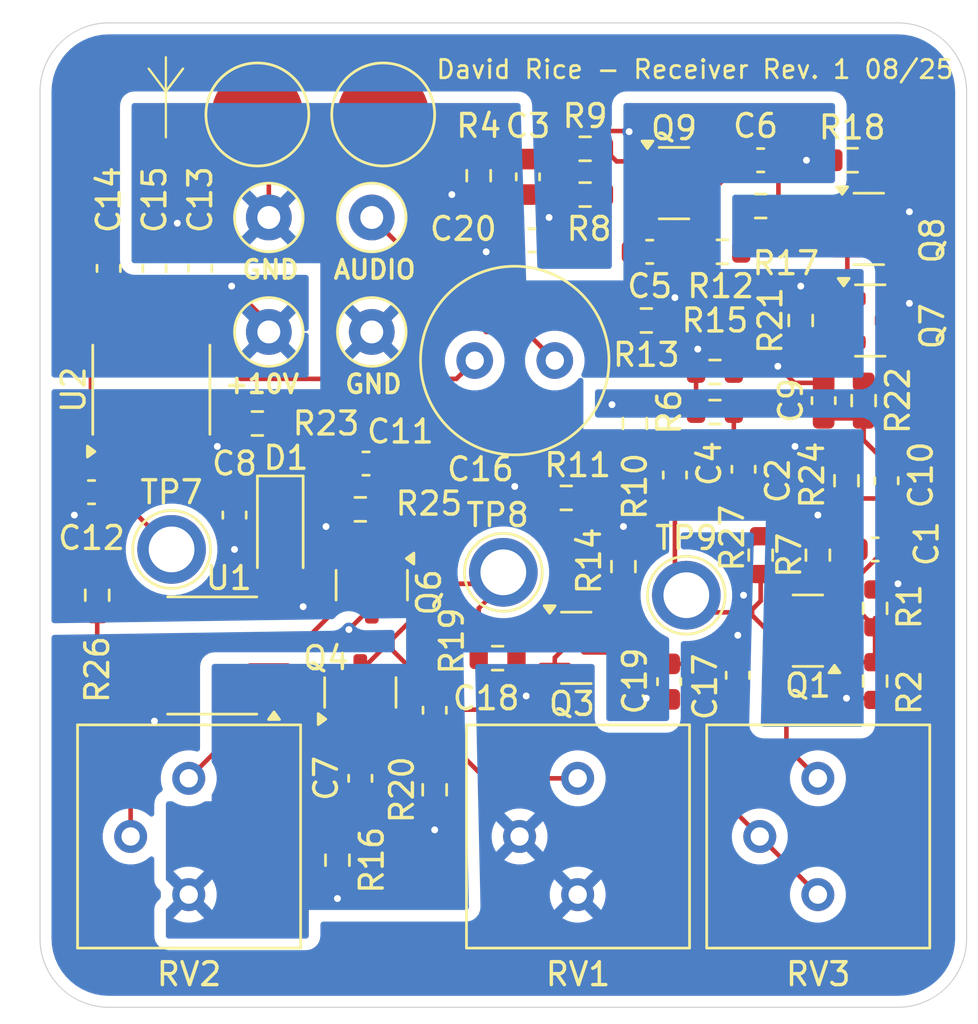
<source format=kicad_pcb>
(kicad_pcb (version 20241229) (generator "pcbnew") (generator_version "9.0")
  (layers (0 "F.Cu" signal) (2 "B.Cu" signal) (13 "F.Paste" user) (15 "B.Paste" user) (5 "F.SilkS" user "F.Silkscreen") (7 "B.SilkS" user "B.Silkscreen") (1 "F.Mask" user) (3 "B.Mask" user) (25 "Edge.Cuts" user))
  (net 0 "")
  (net 1 "FILTERED")
  (net 2 "Net-(Q1-B)")
  (net 3 "Net-(Q1-E)")
  (net 4 "Net-(C2-Pad1)")
  (net 5 "Net-(Q9-B)")
  (net 6 "Net-(Q3-B)")
  (net 7 "Net-(Q1-C)")
  (net 8 "Net-(C5-Pad1)")
  (net 9 "Net-(Q9-E)")
  (net 10 "Net-(Q8-B)")
  (net 11 "Net-(Q9-C)")
  (net 12 "Net-(Q4-E)")
  (net 13 "Net-(C7-Pad1)")
  (net 14 "GND")
  (net 15 "Net-(D1-K)")
  (net 16 "Net-(C10-Pad1)")
  (net 17 "Net-(U1A-+)")
  (net 18 "Net-(U2--)")
  (net 19 "Net-(C14-Pad2)")
  (net 20 "Net-(C14-Pad1)")
  (net 21 "Net-(U2-BYPASS)")
  (net 22 "SPEAKER")
  (net 23 "Net-(C16-Pad1)")
  (net 24 "+10V")
  (net 25 "Net-(C17-Pad1)")
  (net 26 "Net-(C18-Pad1)")
  (net 27 "Net-(Q4-C)")
  (net 28 "Net-(D1-A)")
  (net 29 "Net-(Q3-E)")
  (net 30 "Net-(Q7-E)")
  (net 31 "Net-(Q7-B)")
  (net 32 "ANTENNA")
  (net 33 "Net-(R26-Pad1)")
  (net 34 "Net-(U1A--)")
  (net 35 "unconnected-(U1B---Pad6)")
  (footprint "Capacitor_SMD:C_0603_1608Metric" (layer "F.Cu") (at 128 68)
    (property "Reference" "C20")
    (property "Value" "10uF" (hide yes))
  )
  (footprint "Potentiometer_THT:Potentiometer_Bourns_3386P_Vertical" (layer "F.Cu") (at 113 91.5 180)
    (property "Reference" "RV2")
    (property "Value" "R_Potentiometer" (hide yes))
  )
  (footprint "Resistor_SMD:R_0603_1608Metric" (layer "F.Cu") (at 136 75.5)
    (property "Reference" "R6")
    (property "Value" "100R" (hide yes))
  )
  (footprint "Capacitor_SMD:C_0603_1608Metric" (layer "F.Cu") (at 143.5 78.5 -90)
    (property "Reference" "C10")
    (property "Value" "51pF" (hide yes))
  )
  (footprint "Resistor_SMD:R_0603_1608Metric" (layer "F.Cu") (at 132 82.25 -90)
    (property "Reference" "R14")
    (property "Value" "10K" (hide yes))
  )
  (footprint "Capacitor_SMD:C_0603_1608Metric" (layer "F.Cu") (at 127.825 65.225 90)
    (property "Reference" "C3")
    (property "Value" "10uF" (hide yes))
  )
  (footprint "Resistor_SMD:R_0603_1608Metric" (layer "F.Cu") (at 126.5 86.25)
    (property "Reference" "R19")
    (property "Value" "10K" (hide yes))
  )
  (footprint "Package_TO_SOT_SMD:SOT-23" (layer "F.Cu") (at 129.9375 85.8)
    (property "Reference" "Q3")
    (property "Value" "Q_NPN_BEC" (hide yes))
  )
  (footprint "Resistor_SMD:R_0603_1608Metric" (layer "F.Cu") (at 141.75 78.5 90)
    (property "Reference" "R24")
    (property "Value" "100R" (hide yes))
  )
  (footprint "Resistor_SMD:R_0603_1608Metric" (layer "F.Cu") (at 142 64.5)
    (property "Reference" "R18")
    (property "Value" "100K" (hide yes))
  )
  (footprint "Capacitor_SMD:C_0603_1608Metric" (layer "F.Cu") (at 108.75 79 180)
    (property "Reference" "C12")
    (property "Value" "51pF" (hide yes))
  )
  (footprint "Capacitor_SMD:C_0603_1608Metric" (layer "F.Cu") (at 137 87 90)
    (property "Reference" "C17")
    (property "Value" "10uF" (hide yes))
  )
  (footprint "Resistor_SMD:R_0603_1608Metric" (layer "F.Cu") (at 136 73.75)
    (property "Reference" "R15")
    (property "Value" "10K" (hide yes))
  )
  (footprint "Capacitor_THT:C_Radial_D8.0mm_H11.5mm_P3.50mm" (layer "F.Cu") (at 125.5 73.25)
    (property "Reference" "C16")
    (property "Value" "220uF" (hide yes))
  )
  (footprint "Resistor_SMD:R_0603_1608Metric" (layer "F.Cu") (at 140.5 81.75 -90)
    (property "Reference" "R7")
    (property "Value" "10K" (hide yes))
  )
  (footprint "Resistor_SMD:R_0603_1608Metric" (layer "F.Cu") (at 123.75 92 90)
    (property "Reference" "R20")
    (property "Value" "5.1K" (hide yes))
  )
  (footprint "Capacitor_SMD:C_0603_1608Metric" (layer "F.Cu") (at 134 87.275 90)
    (property "Reference" "C19")
    (property "Value" "10uF" (hide yes))
  )
  (footprint "Resistor_SMD:R_0603_1608Metric" (layer "F.Cu") (at 130.325 64)
    (property "Reference" "R9")
    (property "Value" "10K" (hide yes))
  )
  (footprint "Resistor_SMD:R_0603_1608Metric" (layer "F.Cu") (at 119.5 95.075 90)
    (property "Reference" "R16")
    (property "Value" "100R" (hide yes))
  )
  (footprint "Capacitor_SMD:C_0603_1608Metric" (layer "F.Cu") (at 115 80 90)
    (property "Reference" "C8")
    (property "Value" "10nF" (hide yes))
  )
  (footprint "Potentiometer_THT:Potentiometer_Bourns_3386P_Vertical" (layer "F.Cu") (at 140.5 91.5 180)
    (property "Reference" "RV3")
    (property "Value" "R_Potentiometer" (hide yes))
  )
  (footprint "TestPoint:TestPoint_Plated_Hole_D2.0mm" (layer "F.Cu") (at 134.75 83.5)
    (property "Reference" "TP9")
    (property "Value" "TestPoint" (hide yes))
  )
  (footprint "Resistor_SMD:R_0603_1608Metric" (layer "F.Cu") (at 133 71.5 180)
    (property "Reference" "R13")
    (property "Value" "100R" (hide yes))
  )
  (footprint "Resistor_SMD:R_0603_1608Metric" (layer "F.Cu") (at 109 83.5 90)
    (property "Reference" "R26")
    (property "Value" "22K" (hide yes))
  )
  (footprint "TestPoint:TestPoint_Plated_Hole_D2.0mm" (layer "F.Cu") (at 126.75 82.5)
    (property "Reference" "TP8")
    (property "Value" "TestPoint" (hide yes))
  )
  (footprint "Resistor_SMD:R_0603_1608Metric" (layer "F.Cu") (at 139.75 71.5 -90)
    (property "Reference" "R21")
    (property "Value" "2.2K" (hide yes))
  )
  (footprint "Resistor_SMD:R_0603_1608Metric" (layer "F.Cu") (at 129.5 79.25)
    (property "Reference" "R11")
    (property "Value" "332K" (hide yes))
  )
  (footprint "Resistor_SMD:R_0603_1608Metric" (layer "F.Cu") (at 143 87.25 90)
    (property "Reference" "R2")
    (property "Value" "2.2K" (hide yes))
  )
  (footprint "Resistor_SMD:R_0603_1608Metric" (layer "F.Cu") (at 142.5 75 90)
    (property "Reference" "R22")
    (property "Value" "100R" (hide yes))
  )
  (footprint "Resistor_SMD:R_0603_1608Metric" (layer "F.Cu") (at 138 66.5 180)
    (property "Reference" "R17")
    (property "Value" "51K" (hide yes))
  )
  (footprint "Package_SO:SOIC-8_3.9x4.9mm_P1.27mm" (layer "F.Cu") (at 111.365 74.525 90)
    (property "Reference" "U2")
    (property "Value" "LM386" (hide yes))
  )
  (footprint "Capacitor_SMD:C_0603_1608Metric" (layer "F.Cu") (at 133.15 68.5)
    (property "Reference" "C5")
    (property "Value" "10uF" (hide yes))
  )
  (footprint "Resistor_SMD:R_0603_1608Metric" (layer "F.Cu") (at 132.5 76 90)
    (property "Reference" "R10")
    (property "Value" "110K" (hide yes))
  )
  (footprint "Capacitor_SMD:C_0603_1608Metric" (layer "F.Cu") (at 120.75 77.75)
    (property "Reference" "C11")
    (property "Value" "10uF" (hide yes))
  )
  (footprint "Capacitor_SMD:C_0603_1608Metric" (layer "F.Cu") (at 111.5 69.225 -90)
    (property "Reference" "C15")
    (property "Value" "10uF" (hide yes))
  )
  (footprint "TestPoint:TestPoint_Loop_D2.50mm_Drill1.0mm" (layer "F.Cu") (at 121 72)
    (property "Reference" "TP3" (hide yes))
    (property "Value" "LOOP" (hide yes))
  )
  (footprint "Package_TO_SOT_SMD:SOT-23" (layer "F.Cu") (at 121 83.0625 -90)
    (property "Reference" "Q6")
    (property "Value" "Q_NPN_BEC" (hide yes))
  )
  (footprint "TestPoint:TestPoint_Plated_Hole_D2.0mm" (layer "F.Cu") (at 112.25 81.5)
    (property "Reference" "TP7")
    (property "Value" "TestPoint" (hide yes))
  )
  (footprint "Potentiometer_THT:Potentiometer_Bourns_3386P_Vertical" (layer "F.Cu") (at 130 91.5 180)
    (property "Reference" "RV1")
    (property "Value" "R_Potentiometer" (hide yes))
  )
  (footprint "Package_TO_SOT_SMD:SOT-23" (layer "F.Cu") (at 142.7875 71.5)
    (property "Reference" "Q7")
    (property "Value" "Q_NPN_BEC" (hide yes))
  )
  (footprint "Resistor_SMD:R_0603_1608Metric" (layer "F.Cu") (at 138 81.75 90)
    (property "Reference" "R27")
    (property "Value" "10K" (hide yes))
  )
  (footprint "TestPoint:TestPoint_Loop_D2.50mm_Drill1.0mm" (layer "F.Cu") (at 121 67)
    (property "Reference" "TP2" (hide yes))
    (property "Value" "LOOP" (hide yes))
  )
  (footprint "Capacitor_SMD:C_0603_1608Metric" (layer "F.Cu") (at 137.25 78 -90)
    (property "Reference" "C2")
    (property "Value" "10uF" (hide yes))
  )
  (footprint "Capacitor_SMD:C_0603_1608Metric" (layer "F.Cu") (at 113.5 69.225 90)
    (property "Reference" "C13")
    (property "Value" "10nF" (hide yes))
  )
  (footprint "Capacitor_SMD:C_0603_1608Metric" (layer "F.Cu") (at 143 81.5)
    (property "Reference" "C1")
    (property "Value" "10uF" (hide yes))
  )
  (footprint "Package_TO_SOT_SMD:SOT-23" (layer "F.Cu") (at 142.725 67.5)
    (property "Reference" "Q8")
    (property "Value" "Q_NPN_BEC" (hide yes))
  )
  (footprint "TestPoint:TestPoint_Pad_D4.0mm" (layer "F.Cu") (at 121.5 62.5 90)
    (property "Reference" "TP1" (hide yes))
    (property "Value" "ANTENNA_PAD+" (hide yes))
  )
  (footprint "TestPoint:TestPoint_Pad_D4.0mm" (layer "F.Cu") (at 116 62.5 90)
    (property "Reference" "TP6" (hide yes))
    (property "Value" "ANTENNA_PAD-" (hide yes))
  )
  (footprint "TestPoint:TestPoint_Loop_D2.50mm_Drill1.0mm" (layer "F.Cu") (at 116.5 72)
    (property "Reference" "TP4" (hide yes))
    (property "Value" "LOOP" (hide yes))
  )
  (footprint "TestPoint:TestPoint_Loop_D2.50mm_Drill1.0mm" (layer "F.Cu") (at 116.5 67)
    (property "Reference" "TP5" (hide yes))
    (property "Value" "LOOP" (hide yes))
  )
  (footprint "Capacitor_SMD:C_0603_1608Metric" (layer "F.Cu") (at 138 64.5 180)
    (property "Reference" "C6")
    (property "Value" "10uF" (hide yes))
  )
  (footprint "Package_TO_SOT_SMD:SOT-23" (layer "F.Cu") (at 120.5 87.75 90)
    (property "Reference" "Q4")
    (property "Value" "Q_NPN_BEC" (hide yes))
  )
  (footprint "Capacitor_SMD:C_0603_1608Metric" (layer "F.Cu") (at 140.75 75 90)
    (property "Reference" "C9")
    (property "Value" "68pF" (hide yes))
  )
  (footprint "Capacitor_SMD:C_0603_1608Metric" (layer "F.Cu") (at 134.25 78.25 -90)
    (property "Reference" "C4")
    (property "Value" "10uF" (hide yes))
  )
  (footprint "Package_TO_SOT_SMD:SOT-23" (layer "F.Cu") (at 140.0625 85.05 180)
    (property "Reference" "Q1")
    (property "Value" "Q_NPN_BEC" (hide yes))
  )
  (footprint "Resistor_SMD:R_0603_1608Metric" (layer "F.Cu") (at 143 84.075 90)
    (property "Reference" "R1")
    (property "Value" "3.16K" (hide yes))
  )
  (footprint "Capacitor_SMD:C_0603_1608Metric" (layer "F.Cu") (at 109.5 69.225 90)
    (property "Reference" "C14")
    (property "Value" "10uF" (hide yes))
  )
  (footprint "Resistor_SMD:R_0603_1608Metric" (layer "F.Cu") (at 116 76)
    (property "Reference" "R23")
    (property "Value" "1K" (hide yes))
  )
  (footprint "Package_TO_SOT_SMD:SOT-23" (layer "F.Cu") (at 134.2125 65.5)
    (property "Reference" "Q9")
    (property "Value" "Q_NPN_BEC" (hide yes))
  )
  (footprint "Capacitor_SMD:C_0603_1608Metric" (layer "F.Cu") (at 123.75 88.525 90)
    (property "Reference" "C18")
    (property "Value" "10uF" (hide yes))
  )
  (footprint "Resistor_SMD:R_0603_1608Metric" (layer "F.Cu") (at 120.5 79.75 180)
    (property "Reference" "R25")
    (property "Value" "100K" (hide yes))
  )
  (footprint "Resistor_SMD:R_0603_1608Metric" (layer "F.Cu") (at 130.325 66)
    (property "Reference" "R8")
    (property "Value" "10K" (hide yes))
  )
  (footprint "Capacitor_SMD:C_0603_1608Metric" (layer "F.Cu") (at 120.5 91.5 90)
    (property "Reference" "C7")
    (property "Value" "10uF" (hide yes))
  )
  (footprint "Package_SO:SOIC-8_3.9x4.9mm_P1.27mm" (layer "F.Cu") (at 114.025 86.135 180)
    (property "Reference" "U1")
    (property "Value" "NCS20072D" (hide yes))
  )
  (footprint "Resistor_SMD:R_0603_1608Metric" (layer "F.Cu") (at 125.675 65.175 90)
    (property "Reference" "R4")
    (property "Value" "100R" (hide yes))
  )
  (footprint "Diode_SMD:D_SOD-123" (layer "F.Cu") (at 117 80.65 -90)
    (property "Reference" "D1")
    (property "Value" "IN4148" (hide yes))
  )
  (footprint "Resistor_SMD:R_0603_1608Metric" (layer "F.Cu") (at 136.325 68.5)
    (property "Reference" "R12")
    (property "Value" "5.1K" (hide yes))
  )
  (gr_line (start 112.75 60.5) (end 112 61.5) (stroke (width 0.1)) (layer "F.SilkS"))
  (gr_line (start 112 61.5) (end 111.25 60.5) (stroke (width 0.1)) (layer "F.SilkS"))
  (gr_line (start 112 62) (end 112 61.5) (stroke (width 0.1)) (layer "F.SilkS"))
  (gr_line (start 112 63.5) (end 112 62) (stroke (width 0.1)) (layer "F.SilkS"))
  (gr_line (start 112 61.5) (end 112.75 60.5) (stroke (width 0.1)) (layer "F.SilkS"))
  (gr_line (start 112 61.5) (end 112 60) (stroke (width 0.1)) (layer "F.SilkS"))
  (gr_line (start 109.5 101.5) (end 144 101.5) (stroke (width 0.05)) (layer "Edge.Cuts"))
  (gr_line (start 147 98.5) (end 147 61.5) (stroke (width 0.05)) (layer "Edge.Cuts"))
  (gr_arc (start 144 58.5) (mid 146.12132 59.37868) (end 147 61.5) (stroke (width 0.05)) (layer "Edge.Cuts"))
  (gr_line (start 144 58.5) (end 109.5 58.5) (stroke (width 0.05)) (layer "Edge.Cuts"))
  (gr_arc (start 147 98.5) (mid 146.12132 100.62132) (end 144 101.5) (stroke (width 0.05)) (layer "Edge.Cuts"))
  (gr_arc (start 109.5 101.5) (mid 107.37868 100.62132) (end 106.5 98.5) (stroke (width 0.05)) (layer "Edge.Cuts"))
  (gr_arc (start 106.5 61.5) (mid 107.37868 59.37868) (end 109.5 58.5) (stroke (width 0.05)) (layer "Edge.Cuts"))
  (gr_line (start 106.5 98.5) (end 106.5 61.5) (stroke (width 0.05)) (layer "Edge.Cuts"))
  (gr_text "AUDIO" (at 119.25 69.75 0) (layer "F.SilkS") (effects (font (size 0.8 0.8) (thickness 0.16) (bold yes)) (justify left bottom)))
  (gr_text "David Rice - Receiver Rev. 1 08/25" (at 123.75 61 0) (layer "F.SilkS") (effects (font (size 0.8 0.8) (thickness 0.12) (bold yes)) (justify left bottom)))
  (gr_text "GND" (at 119.75 74.75 0) (layer "F.SilkS") (effects (font (size 0.8 0.8) (thickness 0.16) (bold yes)) (justify left bottom)))
  (gr_text "+10V" (at 114.5 74.75 0) (layer "F.SilkS") (effects (font (size 0.8 0.8) (thickness 0.16) (bold yes)) (justify left bottom)))
  (gr_text "GND" (at 115.25 69.75 0) (layer "F.SilkS") (effects (font (size 0.8 0.8) (thickness 0.16) (bold yes)) (justify left bottom)))
  (segment (start 142.225 81.5) (end 142.225 79.8) (width 0.2) (layer "F.Cu") (net 1))
  (segment (start 142.225 79.8) (end 141.75 79.325) (width 0.2) (layer "F.Cu") (net 1))
  (segment (start 143.35 79.275) (end 143.475 79.15) (width 0.2) (layer "F.Cu") (net 1))
  (segment (start 141.8 79.275) (end 141.75 79.325) (width 0.2) (layer "F.Cu") (net 1))
  (segment (start 143.5 79.275) (end 141.8 79.275) (width 0.2) (layer "F.Cu") (net 1))
  (segment (start 142.224 82.72611) (end 143.45011 81.5) (width 0.2) (layer "F.Cu") (net 2))
  (segment (start 143 86.425) (end 141.425 86.425) (width 0.2) (layer "F.Cu") (net 2))
  (segment (start 143.45011 81.5) (end 143.775 81.5) (width 0.2) (layer "F.Cu") (net 2))
  (segment (start 141.425 86.425) (end 141 86) (width 0.2) (layer "F.Cu") (net 2))
  (segment (start 143 84.9) (end 142.224 84.124) (width 0.2) (layer "F.Cu") (net 2))
  (segment (start 143 84.5) (end 143 84.9) (width 0.2) (layer "F.Cu") (net 2))
  (segment (start 142.224 84.124) (end 142.224 82.72611) (width 0.2) (layer "F.Cu") (net 2))
  (segment (start 143 84.9) (end 143 86.425) (width 0.2) (layer "F.Cu") (net 2))
  (segment (start 140.5 83.6) (end 141 84.1) (width 0.2) (layer "F.Cu") (net 3))
  (segment (start 137.25 78.775) (end 137.25 78.864064) (width 0.2) (layer "F.Cu") (net 3))
  (segment (start 137.25 78.864064) (end 140.5 82.114064) (width 0.2) (layer "F.Cu") (net 3))
  (segment (start 140.5 82.575) (end 140.5 83.6) (width 0.2) (layer "F.Cu") (net 3))
  (segment (start 140.5 82.114064) (end 140.5 82.575) (width 0.2) (layer "F.Cu") (net 3))
  (segment (start 136.825 75.5) (end 136.825 76.8) (width 0.2) (layer "F.Cu") (net 4))
  (segment (start 136.825 76.8) (end 137.25 77.225) (width 0.2) (layer "F.Cu") (net 4))
  (segment (start 133.275 64.55) (end 131.7 64.55) (width 0.2) (layer "F.Cu") (net 5))
  (segment (start 127.95 64.45) (end 129.5 66) (width 0.2) (layer "F.Cu") (net 5))
  (segment (start 127.825 64.45) (end 127.95 64.45) (width 0.2) (layer "F.Cu") (net 5))
  (segment (start 131.7 64.55) (end 131.15 64) (width 0.2) (layer "F.Cu") (net 5))
  (segment (start 129.5 66) (end 131.15 64.35) (width 0.2) (layer "F.Cu") (net 5))
  (segment (start 131.15 64.35) (end 131.15 64) (width 0.2) (layer "F.Cu") (net 5))
  (segment (start 131.075 78.25) (end 132.5 76.825) (width 0.2) (layer "F.Cu") (net 6))
  (segment (start 131.075 78.5) (end 130.325 79.25) (width 0.2) (layer "F.Cu") (net 6))
  (segment (start 133.15 77.475) (end 132.5 76.825) (width 0.2) (layer "F.Cu") (net 6))
  (segment (start 130.325 79.925) (end 130.325 79.25) (width 0.2) (layer "F.Cu") (net 6))
  (segment (start 134.25 77.475) (end 133.15 77.475) (width 0.2) (layer "F.Cu") (net 6))
  (segment (start 129 84.85) (end 129 81.25) (width 0.2) (layer "F.Cu") (net 6))
  (segment (start 129 81.25) (end 130.325 79.925) (width 0.2) (layer "F.Cu") (net 6))
  (segment (start 131.075 78.25) (end 131.075 78.5) (width 0.2) (layer "F.Cu") (net 6))
  (segment (start 137.75 84) (end 137.5 84.25) (width 0.2) (layer "F.Cu") (net 7))
  (segment (start 137.75 84.5) (end 138.3 85.05) (width 0.2) (layer "F.Cu") (net 7))
  (segment (start 139.125 90.125) (end 139.125 85.05) (width 0.2) (layer "F.Cu") (net 7))
  (segment (start 134.25 82.75) (end 134.75 83.25) (width 0.2) (layer "F.Cu") (net 7))
  (segment (start 137.625 84.375) (end 137.75 84.5) (width 0.2) (layer "F.Cu") (net 7))
  (segment (start 134.25 79.025) (end 134.25 82.75) (width 0.2) (layer "F.Cu") (net 7))
  (segment (start 134.75 83.5) (end 135.5 84.25) (width 0.2) (layer "F.Cu") (net 7))
  (segment (start 138.3 85.05) (end 139.125 85.05) (width 0.2) (layer "F.Cu") (net 7))
  (segment (start 137.75 84) (end 138 83.75) (width 0.2) (layer "F.Cu") (net 7))
  (segment (start 137.5 84.25) (end 137.75 84.5) (width 0.2) (layer "F.Cu") (net 7))
  (segment (start 137.625 84.125) (end 137.625 84.375) (width 0.2) (layer "F.Cu") (net 7))
  (segment (start 135.5 84.25) (end 137.5 84.25) (width 0.2) (layer "F.Cu") (net 7))
  (segment (start 138 83.75) (end 138 82.575) (width 0.2) (layer "F.Cu") (net 7))
  (segment (start 137.75 84) (end 137.625 84.125) (width 0.2) (layer "F.Cu") (net 7))
  (segment (start 140.5 91.5) (end 139.125 90.125) (width 0.2) (layer "F.Cu") (net 7))
  (segment (start 132.601 71.074) (end 132.601 68.726) (width 0.2) (layer "F.Cu") (net 8))
  (segment (start 132.175 71.5) (end 132.601 71.074) (width 0.2) (layer "F.Cu") (net 8))
  (segment (start 132.601 68.726) (end 132.375 68.5) (width 0.2) (layer "F.Cu") (net 8))
  (segment (start 136.825 71.575) (end 133.925 68.675) (width 0.2) (layer "F.Cu") (net 9))
  (segment (start 134 67.5) (end 134 67.175) (width 0.2) (layer "F.Cu") (net 9))
  (segment (start 134 67.5) (end 134 68.425) (width 0.2) (layer "F.Cu") (net 9))
  (segment (start 133.925 68.675) (end 133.925 68.5) (width 0.2) (layer "F.Cu") (net 9))
  (segment (start 134 68.425) (end 133.925 68.5) (width 0.2) (layer "F.Cu") (net 9))
  (segment (start 136.825 73.75) (end 136.825 71.575) (width 0.2) (layer "F.Cu") (net 9))
  (segment (start 134 67.175) (end 133.275 66.45) (width 0.2) (layer "F.Cu") (net 9))
  (segment (start 141.7875 66.55) (end 142.825 65.5125) (width 0.2) (layer "F.Cu") (net 10))
  (segment (start 138.775 66.45) (end 138.825 66.5) (width 0.2) (layer "F.Cu") (net 10))
  (segment (start 138.775 64.5) (end 138.775 66.45) (width 0.2) (layer "F.Cu") (net 10))
  (segment (start 138.825 66.5) (end 141.7375 66.5) (width 0.2) (layer "F.Cu") (net 10))
  (segment (start 141.7375 66.5) (end 141.7875 66.55) (width 0.2) (layer "F.Cu") (net 10))
  (segment (start 142.825 65.5125) (end 142.825 64.5) (width 0.2) (layer "F.Cu") (net 10))
  (segment (start 135.15 65.5) (end 135.5 65.85) (width 0.2) (layer "F.Cu") (net 11))
  (segment (start 136.225 65.5) (end 137.225 64.5) (width 0.2) (layer "F.Cu") (net 11))
  (segment (start 135.5 65.85) (end 135.5 68.5) (width 0.2) (layer "F.Cu") (net 11))
  (segment (start 135.15 65.5) (end 136.225 65.5) (width 0.2) (layer "F.Cu") (net 11))
  (segment (start 120.95 91.175) (end 120.5 90.725) (width 0.2) (layer "F.Cu") (net 12))
  (segment (start 123.75 91.175) (end 120.95 91.175) (width 0.2) (layer "F.Cu") (net 12))
  (segment (start 120.5 89.6375) (end 121.45 88.6875) (width 0.2) (layer "F.Cu") (net 12))
  (segment (start 120.5 90.725) (end 120.5 89.6375) (width 0.2) (layer "F.Cu") (net 12))
  (segment (start 119.5 93.275) (end 120.5 92.275) (width 0.2) (layer "F.Cu") (net 13))
  (segment (start 119.5 94.25) (end 119.5 93.275) (width 0.2) (layer "F.Cu") (net 13))
  (segment (start 133.05 88.05) (end 133 88) (width 0.2) (layer "F.Cu") (net 14))
  (segment (start 111.5 68.25) (end 111.5 68.45) (width 0.2) (layer "F.Cu") (net 14))
  (segment (start 126.5 68) (end 126 68.5) (width 0.2) (layer "F.Cu") (net 14))
  (segment (start 142.925 88) (end 143 88.075) (width 0.2) (layer "F.Cu") (net 14))
  (segment (start 119.675 79.825) (end 119 80.5) (width 0.2) (layer "F.Cu") (net 14))
  (segment (start 129.5 64) (end 130.276 63.224) (width 0.2) (layer "F.Cu") (net 14))
  (segment (start 115 80.775) (end 115 81.5) (width 0.2) (layer "F.Cu") (net 14))
  (segment (start 132 81.425) (end 132 80.5) (width 0.2) (layer "F.Cu") (net 14))
  (segment (start 128.675 79.25) (end 127.75 79.25) (width 0.2) (layer "F.Cu") (net 14))
  (segment (start 141.175 64.5) (end 140 64.5) (width 0.2) (layer "F.Cu") (net 14))
  (segment (start 139.475 74.225) (end 138.75 73.5) (width 0.2) (layer "F.Cu") (net 14))
  (segment (start 116.5 67.5) (end 116.5 63) (width 0.2) (layer "F.Cu") (net 14))
  (segment (start 119.675 79.75) (end 119.675 79.825) (width 0.2) (layer "F.Cu") (net 14))
  (segment (start 113.5 68.25) (end 112.5 67.25) (width 0.2) (layer "F.Cu") (net 14))
  (segment (start 134 88.05) (end 133.05 88.05) (width 0.2) (layer "F.Cu") (net 14))
  (segment (start 125.675 66) (end 124.5 66) (width 0.2) (layer "F.Cu") (net 14))
  (segment (start 140.75 74.225) (end 139.475 74.225) (width 0.2) (layer "F.Cu") (net 14))
  (segment (start 116.5 84.23) (end 117.77 84.23) (width 0.2) (layer "F.Cu") (net 14))
  (segment (start 127.75 79.25) (end 127.25 78.75) (width 0.2) (layer "F.Cu") (net 14))
  (segment (start 133.825 70.925) (end 134.25 70.5) (width 0.2) (layer "F.Cu") (net 14))
  (segment (start 112.5 67.25) (end 111.5 68.25) (width 0.2) (layer "F.Cu") (net 14))
  (segment (start 133.825 71.65) (end 133.825 71.5) (width 0.2) (layer "F.Cu") (net 14))
  (segment (start 140.5 80.925) (end 140.5 80) (width 0.2) (layer "F.Cu") (net 14))
  (segment (start 116.5 67) (end 115.05 68.45) (width 0.2) (layer "F.Cu") (net 14))
  (segment (start 135.175 73.75) (end 135.175 72.825) (width 0.2) (layer "F.Cu") (net 14))
  (segment (start 113.27 77) (end 114.25 77) (width 0.2) (layer "F.Cu") (net 14))
  (segment (start 130.276 63.224) (end 132.224 63.224) (width 0.2) (layer "F.Cu") (net 14))
  (segment (start 107.975 79) (end 107.975 79.975) (width 0.2) (layer "F.Cu") (net 14))
  (segment (start 141.75 77.675) (end 141.75 77.25) (width 0.2) (layer "F.Cu") (net 14))
  (segment (start 135.175 75.5) (end 135.175 73.75) (width 0.2) (layer "F.Cu") (net 14))
  (segment (start 127.225 68) (end 125.675 66.45) (width 0.2) (layer "F.Cu") (net 14))
  (segment (start 114.25 77) (end 114.25 76.925) (width 0.2) (layer "F.Cu") (net 14))
  (segment (start 116.5 63) (end 116 62.5) (width 0.2) (layer "F.Cu") (net 14))
  (segment (start 141.75 77.675) (end 140.175 77.675) (width 0.2) (layer "F.Cu") (net 14))
  (segment (start 115.05 68.45) (end 113.5 68.45) (width 0.2) (layer "F.Cu") (net 14))
  (segment (start 133.825 71.5) (end 133.825 70.925) (width 0.2) (layer "F.Cu") (net 14))
  (segment (start 113.5 68.45) (end 113.5 68.25) (width 0.2) (layer "F.Cu") (net 14))
  (segment (start 111.5 68.45) (end 113.5 68.45) (width 0.2) (layer "F.Cu") (net 14))
  (segment (start 141.75 88) (end 142.925 88) (width 0.2) (layer "F.Cu") (net 14))
  (segment (start 135.25 75.425) (end 135.175 75.5) (width 0.2) (layer "F.Cu") (net 14))
  (segment (start 132.224 63.224) (end 132.25 63.25) (width 0.2) (layer "F.Cu") (net 14))
  (segment (start 140.175 77.675) (end 139.5 77) (width 0.2) (layer "F.Cu") (net 14))
  (segment (start 139.75 70.925) (end 139.75 70) (width 0.2) (layer "F.Cu") (net 14))
  (segment (start 107.975 79.975) (end 108 80) (width 0.2) (layer "F.Cu") (net 14))
  (segment (start 141.825 88.075) (end 141.75 88) (width 0.2) (layer "F.Cu") (net 14))
  (segment (start 125.675 66.45) (end 125.675 66) (width 0.2) (layer "F.Cu") (net 14))
  (segment (start 127.225 68) (end 126.5 68) (width 0.2) (layer "F.Cu") (net 14))
  (segment (start 123.75 92.825) (end 123.75 93.75) (width 0.2) (layer "F.Cu") (net 14))
  (segment (start 113.27 77) (end 112 77) (width 0.2) (layer "F.Cu") (net 14))
  (segment (start 135.175 72.825) (end 135.25 72.75) (width 0.2) (layer "F.Cu") (net 14))
  (segment (start 117.77 84.23) (end 118 84) (width 0.2) (layer "F.Cu") (net 14))
  (segment (start 119.5 95.9) (end 119.5 96.75) (width 0.2) (layer "F.Cu") (net 14))
  (segment (start 114.25 76.925) (end 115.175 76) (width 0.2) (layer "F.Cu") (net 14))
  (via (at 140 64.5) (size 0.6) (drill 0.3) (layers "F.Cu" "B.Cu") (net 14))
  (via (at 123.75 93.75) (size 0.6) (drill 0.3) (layers "F.Cu" "B.Cu") (net 14))
  (via (at 133 88) (size 0.6) (drill 0.3) (layers "F.Cu" "B.Cu") (net 14))
  (via (at 112.5 67.25) (size 0.6) (drill 0.3) (layers "F.Cu" "B.Cu") (net 14))
  (via (at 126 68.5) (size 0.6) (drill 0.3) (layers "F.Cu" "B.Cu") (net 14))
  (via (at 139.75 70) (size 0.6) (drill 0.3) (layers "F.Cu" "B.Cu") (net 14))
  (via (at 127.25 78.75) (size 0.6) (drill 0.3) (layers "F.Cu" "B.Cu") (net 14))
  (via (at 119.5 96.75) (size 0.6) (drill 0.3) (layers "F.Cu" "B.Cu") (net 14))
  (via (at 115 81.5) (size 0.6) (drill 0.3) (layers "F.Cu" "B.Cu") (net 14))
  (via (at 114.25 77) (size 0.6) (drill 0.3) (layers "F.Cu" "B.Cu") (net 14))
  (via (at 132.25 63.25) (size 0.6) (drill 0.3) (layers "F.Cu" "B.Cu") (net 14))
  (via (at 135.25 72.75) (size 0.6) (drill 0.3) (layers "F.Cu" "B.Cu") (net 14))
  (via (at 138.75 73.5) (size 0.6) (drill 0.3) (layers "F.Cu" "B.Cu") (net 14))
  (via (at 118 84) (size 0.6) (drill 0.3) (layers "F.Cu" "B.Cu") (net 14))
  (via (at 134.25 70.5) (size 0.6) (drill 0.3) (layers "F.Cu" "B.Cu") (net 14))
  (via (at 108 80) (size 0.6) (drill 0.3) (layers "F.Cu" "B.Cu") (net 14))
  (via (at 124.5 66) (size 0.6) (drill 0.3) (layers "F.Cu" "B.Cu") (net 14))
  (via (at 141.75 88) (size 0.6) (drill 0.3) (layers "F.Cu" "B.Cu") (net 14))
  (via (at 139.5 77) (size 0.6) (drill 0.3) (layers "F.Cu" "B.Cu") (net 14))
  (via (at 119 80.5) (size 0.6) (drill 0.3) (layers "F.Cu" "B.Cu") (net 14))
  (via (at 132 80.5) (size 0.6) (drill 0.3) (layers "F.Cu" "B.Cu") (net 14))
  (via (at 140.5 80) (size 0.6) (drill 0.3) (layers "F.Cu" "B.Cu") (net 14))
  (segment (start 117 79) (end 118.725 79) (width 0.2) (layer "F.Cu") (net 15))
  (segment (start 116.775 79.225) (end 117 79) (width 0.2) (layer "F.Cu") (net 15))
  (segment (start 116.825 78.825) (end 117 79) (width 0.2) (layer "F.Cu") (net 15))
  (segment (start 115 79.225) (end 116.775 79.225) (width 0.2) (layer "F.Cu") (net 15))
  (segment (start 118.725 79) (end 119.975 77.75) (width 0.2) (layer "F.Cu") (net 15))
  (segment (start 116.825 76) (end 116.825 78.825) (width 0.2) (layer "F.Cu") (net 15))
  (segment (start 142.45 75.775) (end 142.5 75.825) (width 0.2) (layer "F.Cu") (net 16))
  (segment (start 140.75 75.775) (end 142.45 75.775) (width 0.2) (layer "F.Cu") (net 16))
  (segment (start 142.5 75.825) (end 142.5 76.725) (width 0.2) (layer "F.Cu") (net 16))
  (segment (start 142.5 76.725) (end 143.5 77.725) (width 0.2) (layer "F.Cu") (net 16))
  (segment (start 121.325 79.75) (end 121.325 77.95) (width 0.2) (layer "F.Cu") (net 17))
  (segment (start 121.325 82.229468) (end 118.054468 85.5) (width 0.2) (layer "F.Cu") (net 17))
  (segment (start 121.325 79.75) (end 121.325 82.229468) (width 0.2) (layer "F.Cu") (net 17))
  (segment (start 121.325 77.95) (end 121.525 77.75) (width 0.2) (layer "F.Cu") (net 17))
  (segment (start 118.054468 85.5) (end 116.5 85.5) (width 0.2) (layer "F.Cu") (net 17))
  (segment (start 110.73 77) (end 110.73 77.795) (width 0.2) (layer "F.Cu") (net 18))
  (segment (start 109 82.675) (end 109 79.525) (width 0.2) (layer "F.Cu") (net 18))
  (segment (start 109.75 79) (end 109.525 79) (width 0.2) (layer "F.Cu") (net 18))
  (segment (start 112.25 81.5) (end 109.75 79) (width 0.2) (layer "F.Cu") (net 18))
  (segment (start 109 79.525) (end 109.525 79) (width 0.2) (layer "F.Cu") (net 18))
  (segment (start 110.73 77.795) (end 109.525 79) (width 0.2) (layer "F.Cu") (net 18))
  (segment (start 108.724 69.226) (end 108.724 76.264) (width 0.2) (layer "F.Cu") (net 19))
  (segment (start 108.724 76.264) (end 109.46 77) (width 0.2) (layer "F.Cu") (net 19))
  (segment (start 109.5 68.45) (end 108.724 69.226) (width 0.2) (layer "F.Cu") (net 19))
  (segment (start 109.46 70.04) (end 109.5 70) (width 0.2) (layer "F.Cu") (net 20))
  (segment (start 109.46 72.05) (end 109.46 70.04) (width 0.2) (layer "F.Cu") (net 20))
  (segment (start 110.73 70.77) (end 110.73 72.05) (width 0.2) (layer "F.Cu") (net 21))
  (segment (start 111.5 70) (end 110.73 70.77) (width 0.2) (layer "F.Cu") (net 21))
  (segment (start 129 73.25) (end 127.75 72) (width 0.2) (layer "F.Cu") (net 22))
  (segment (start 127.75 72) (end 126 72) (width 0.2) (layer "F.Cu") (net 22))
  (segment (start 126 72) (end 121 67) (width 0.2) (layer "F.Cu") (net 22))
  (segment (start 115.269999 74.049999) (end 113.27 72.05) (width 0.2) (layer "F.Cu") (net 23))
  (segment (start 124.700001 74.049999) (end 115.269999 74.049999) (width 0.2) (layer "F.Cu") (net 23))
  (segment (start 125.5 73.25) (end 124.700001 74.049999) (width 0.2) (layer "F.Cu") (net 23))
  (segment (start 143.6625 71.4375) (end 143.725 71.5) (width 0.2) (layer "F.Cu") (net 24))
  (segment (start 137 86.225) (end 137 85.25) (width 0.2) (layer "F.Cu") (net 24))
  (segment (start 127.46 94.04) (end 130 96.58) (width 0.2) (layer "F.Cu") (net 24))
  (segment (start 134 86.5) (end 136.725 86.5) (width 0.2) (layer "F.Cu") (net 24))
  (segment (start 137.224 81.701) (end 137.224 83.474) (width 0.2) (layer "F.Cu") (net 24))
  (segment (start 138 80.925) (end 137.224 81.701) (width 0.2) (layer "F.Cu") (net 24))
  (segment (start 129.15 68) (end 128.775 68) (width 0.2) (layer "F.Cu") (net 24))
  (segment (start 143.725 71.725) (end 143.725 71.5) (width 0.2) (layer "F.Cu") (net 24))
  (segment (start 128.775 67.025) (end 128.75 67) (width 0.2) (layer "F.Cu") (net 24))
  (segment (start 137.224 83.474) (end 137.25 83.5) (width 0.2) (layer "F.Cu") (net 24))
  (segment (start 137.9625 67.2875) (end 137.9625 67.6875) (width 0.2) (layer "F.Cu") (net 24))
  (segment (start 137.9625 67.2875) (end 137.175 66.5) (width 0.2) (layer "F.Cu") (net 24))
  (segment (start 137.15 66.525) (end 137.175 66.5) (width 0.2) (layer "F.Cu") (net 24))
  (segment (start 138.175 67.5) (end 137.9625 67.2875) (width 0.2) (layer "F.Cu") (net 24))
  (segment (start 143.75 71.5) (end 144.5 70.75) (width 0.2) (layer "F.Cu") (net 24))
  (segment (start 128.775 68) (end 128.775 67.025) (width 0.2) (layer "F.Cu") (net 24))
  (segment (start 131.5 75.175) (end 132.5 75.175) (width 0.2) (layer "F.Cu") (net 24))
  (segment (start 121 84) (end 120 85) (width 0.2) (layer "F.Cu") (net 24))
  (segment (start 143 83.25) (end 143.75 83.25) (width 0.2) (layer "F.Cu") (net 24))
  (segment (start 111.55 88.04) (end 111.55 88.95) (width 0.2) (layer "F.Cu") (net 24))
  (segment (start 127.75 87.901) (end 127.75 87.5) (width 0.2) (layer "F.Cu") (net 24))
  (segment (start 137.95 67.7) (end 138.15 67.5) (width 0.2) (layer "F.Cu") (net 24))
  (segment (start 143.6625 67.5) (end 143.75 67.5) (width 0.2) (layer "F.Cu") (net 24))
  (segment (start 137.9625 67.6875) (end 137.95 67.7) (width 0.2) (layer "F.Cu") (net 24))
  (segment (start 137.15 68.5) (end 137.95 67.7) (width 0.2) (layer "F.Cu") (net 24))
  (segment (start 116.5 71.625) (end 116.5 72) (width 0.2) (layer "F.Cu") (net 24))
  (segment (start 136.725 86.5) (end 137 86.225) (width 0.2) (layer "F.Cu") (net 24))
  (segment (start 130.875 85.8) (end 133.3 85.8) (width 0.2) (layer "F.Cu") (net 24))
  (segment (start 127.325 86.25) (end 127.325 87.075) (width 0.2) (layer "F.Cu") (net 24))
  (segment (start 138.15 67.5) (end 138.75 67.5) (width 0.2) (layer "F.Cu") (net 24))
  (segment (start 114.875 70) (end 116.5 71.625) (width 0.2) (layer "F.Cu") (net 24))
  (segment (start 138.75 67.5) (end 138.175 67.5) (width 0.2) (layer "F.Cu") (net 24))
  (segment (start 113.5 70) (end 112 71.5) (width 0.2) (layer "F.Cu") (net 24))
  (segment (start 131.15 66) (end 129.15 68) (width 0.2) (layer "F.Cu") (net 24))
  (segment (start 112 71.5) (end 112 72.05) (width 0.2) (layer "F.Cu") (net 24))
  (segment (start 133.3 85.8) (end 134 86.5) (width 0.2) (layer "F.Cu") (net 24))
  (segment (start 127.325 87.075) (end 127.75 87.5) (width 0.2) (layer "F.Cu") (net 24))
  (segment (start 143.75 83.25) (end 144 83) (width 0.2) (layer "F.Cu") (net 24))
  (segment (start 143.75 67.5) (end 144.5 66.75) (width 0.2) (layer "F.Cu") (net 24))
  (segment (start 143.725 71.5) (end 143.75 71.5) (width 0.2) (layer "F.Cu") (net 24))
  (segment (start 113.5 70) (end 114.875 70) (width 0.2) (layer "F.Cu") (net 24))
  (segment (start 111.55 88.95) (end 111.5 89) (width 0.2) (layer "F.Cu") (net 24))
  (segment (start 138.75 67.5) (end 143.6625 67.5) (width 0.2) (layer "F.Cu") (net 24))
  (via (at 144.5 66.75) (size 0.6) (drill 0.3) (layers "F.Cu" "B.Cu") (net 24))
  (via (at 144.5 70.75) (size 0.6) (drill 0.3) (layers "F.Cu" "B.Cu") (net 24))
  (via (at 128.75 67) (size 0.6) (drill 0.3) (layers "F.Cu" "B.Cu") (net 24))
  (via (at 127.75 87.901) (size 0.6) (drill 0.3) (layers "F.Cu" "B.Cu") (net 24))
  (via (at 120 85) (size 0.6) (drill 0.3) (layers "F.Cu" "B.Cu") (net 24))
  (via (at 131.5 75.175) (size 0.6) (drill 0.3) (layers "F.Cu" "B.Cu") (net 24))
  (via (at 137.25 83.5) (size 0.6) (drill 0.3) (layers "F.Cu" "B.Cu") (net 24))
  (via (at 111.5 89) (size 0.6) (drill 0.3) (layers "F.Cu" "B.Cu") (net 24))
  (via (at 114.875 70) (size 0.6) (drill 0.3) (layers "F.Cu" "B.Cu") (net 24))
  (via (at 137 85.25) (size 0.6) (drill 0.3) (layers "F.Cu" "B.Cu") (net 24))
  (via (at 144 83) (size 0.6) (drill 0.3) (layers "F.Cu" "B.Cu") (net 24))
  (segment (start 137 87.55) (end 137 93.08) (width 0.2) (layer "F.Cu") (net 25))
  (segment (start 137.96 94.04) (end 140.5 96.58) (width 0.2) (layer "F.Cu") (net 25))
  (segment (start 137 93.08) (end 137.96 94.04) (width 0.2) (layer "F.Cu") (net 25))
  (segment (start 130 91.5) (end 125.95 91.5) (width 0.2) (layer "F.Cu") (net 26))
  (segment (start 125.95 91.5) (end 123.75 89.3) (width 0.2) (layer "F.Cu") (net 26))
  (segment (start 121.90625 85.40625) (end 121.90625 85.84375) (width 0.2) (layer "F.Cu") (net 27))
  (segment (start 123.075 83.5) (end 123.075 83.425) (width 0.2) (layer "F.Cu") (net 27))
  (segment (start 125.675 84.075) (end 126.75 83) (width 0.2) (layer "F.Cu") (net 27))
  (segment (start 123.075 83.5) (end 123.075 83.25) (width 0.2) (layer "F.Cu") (net 27))
  (segment (start 121.59375 85.84375) (end 121.53125 85.78125) (width 0.2) (layer "F.Cu") (net 27))
  (segment (start 126.75 83) (end 122.825 83) (width 0.2) (layer "F.Cu") (net 27))
  (segment (start 125.675 86.25) (end 125.675 84.075) (width 0.2) (layer "F.Cu") (net 27))
  (segment (start 121.53125 85.78125) (end 121.65625 85.65625) (width 0.2) (layer "F.Cu") (net 27))
  (segment (start 121.90625 85.84375) (end 121.59375 85.84375) (width 0.2) (layer "F.Cu") (net 27))
  (segment (start 122.9125 83.0875) (end 123.075 83.25) (width 0.2) (layer "F.Cu") (net 27))
  (segment (start 123.075 84.2375) (end 123.075 83.5) (width 0.2) (layer "F.Cu") (net 27))
  (segment (start 120.5 86.8125) (end 121.53125 85.78125) (width 0.2) (layer "F.Cu") (net 27))
  (segment (start 122.825 83) (end 121.95 82.125) (width 0.2) (layer "F.Cu") (net 27))
  (segment (start 121.90625 85.40625) (end 123.075 84.2375) (width 0.2) (layer "F.Cu") (net 27))
  (segment (start 121.95 82.125) (end 122.9125 83.0875) (width 0.2) (layer "F.Cu") (net 27))
  (segment (start 123.325 83) (end 126.75 83) (width 0.2) (layer "F.Cu") (net 27))
  (segment (start 123.2375 83.0875) (end 122.9125 83.0875) (width 0.2) (layer "F.Cu") (net 27))
  (segment (start 121.875 85.875) (end 121.65625 85.65625) (width 0.2) (layer "F.Cu") (net 27))
  (segment (start 121.65625 85.65625) (end 121.90625 85.40625) (width 0.2) (layer "F.Cu") (net 27))
  (segment (start 123.75 87.75) (end 121.875 85.875) (width 0.2) (layer "F.Cu") (net 27))
  (segment (start 121.90625 85.84375) (end 121.875 85.875) (width 0.2) (layer "F.Cu") (net 27))
  (segment (start 123.325 83) (end 123.2375 83.0875) (width 0.2) (layer "F.Cu") (net 27))
  (segment (start 123.075 83.25) (end 123.325 83) (width 0.2) (layer "F.Cu") (net 27))
  (segment (start 119.875 82.3) (end 120.05 82.125) (width 0.2) (layer "F.Cu") (net 28))
  (segment (start 117 82.3) (end 119.875 82.3) (width 0.2) (layer "F.Cu") (net 28))
  (segment (start 128.098943 88.501) (end 129 87.599943) (width 0.2) (layer "F.Cu") (net 29))
  (segment (start 129 86.229468) (end 129 86.75) (width 0.2) (layer "F.Cu") (net 29))
  (segment (start 119.55 88.6875) (end 120.070532 88.6875) (width 0.2) (layer "F.Cu") (net 29))
  (segment (start 121.109032 87.649) (end 122.42389 87.649) (width 0.2) (layer "F.Cu") (net 29))
  (segment (start 132 83.075) (end 132 83.229468) (width 0.2) (layer "F.Cu") (net 29))
  (segment (start 129 87.599943) (end 129 86.75) (width 0.2) (layer "F.Cu") (net 29))
  (segment (start 132 83.229468) (end 129 86.229468) (width 0.2) (layer "F.Cu") (net 29))
  (segment (start 120.070532 88.6875) (end 121.109032 87.649) (width 0.2) (layer "F.Cu") (net 29))
  (segment (start 123.27589 88.501) (end 128.098943 88.501) (width 0.2) (layer "F.Cu") (net 29))
  (segment (start 122.42389 87.649) (end 123.27589 88.501) (width 0.2) (layer "F.Cu") (net 29))
  (segment (start 141.725 72.575) (end 141.85 72.45) (width 0.2) (layer "F.Cu") (net 30))
  (segment (start 141.85 72.45) (end 142.5 72.45) (width 0.2) (layer "F.Cu") (net 30))
  (segment (start 141.725 72.325) (end 141.85 72.45) (width 0.2) (layer "F.Cu") (net 30))
  (segment (start 141.85 73.525) (end 142.5 74.175) (width 0.2) (layer "F.Cu") (net 30))
  (segment (start 141.85 72.45) (end 141.85 73.525) (width 0.2) (layer "F.Cu") (net 30))
  (segment (start 139.75 72.325) (end 141.725 72.325) (width 0.2) (layer "F.Cu") (net 30))
  (segment (start 141.7875 68.45) (end 141.7875 70.4875) (width 0.2) (layer "F.Cu") (net 31))
  (segment (start 141.7875 70.4875) (end 141.85 70.55) (width 0.2) (layer "F.Cu") (net 31))
  (segment (start 123.35 64.35) (end 121.5 62.5) (width 0.2) (layer "F.Cu") (net 32))
  (segment (start 126.175 64.35) (end 127.825 66) (width 0.2) (layer "F.Cu") (net 32))
  (segment (start 125.675 64.35) (end 123.35 64.35) (width 0.2) (layer "F.Cu") (net 32))
  (segment (start 125.675 64.35) (end 126.175 64.35) (width 0.2) (layer "F.Cu") (net 32))
  (segment (start 109 87.106968) (end 110.46 88.566968) (width 0.2) (layer "F.Cu") (net 33))
  (segment (start 110.46 88.566968) (end 110.46 94.04) (width 0.2) (layer "F.Cu") (net 33))
  (segment (start 109 84.325) (end 109 87.106968) (width 0.2) (layer "F.Cu") (net 33))
  (segment (start 116.5 88.04) (end 116.5 86.77) (width 0.2) (layer "F.Cu") (net 34))
  (segment (start 116.46 88.04) (end 116.5 88.04) (width 0.2) (layer "F.Cu") (net 34))
  (segment (start 113 91.5) (end 116.46 88.04) (width 0.2) (layer "F.Cu") (net 34))
  (segment (start 111.371968 85.365) (end 111.025 85.365) (width 0.2) (layer "F.Cu") (net 35))
  (segment (start 110.635 85.365) (end 111.025 85.365) (width 0.2) (layer "F.Cu") (net 35))
  (zone (net 14) (net_name "GND") (layer "B.Cu") (priority 1) (connect_pads (clearance 0.5)) (min_thickness 0.25) (fill yes (thermal_gap 0.5) (thermal_bridge_width 0.5))
    (polygon (pts (xy 105.5 84.75) (xy 104.801136 74.5) (xy 118.75 74.5) (xy 118.75 69) (xy 110.5 69) (xy 110.5 62) (xy 127.5 62) (xy 127.75 69.75) (xy 132 69.75) (xy 132 62) (xy 141.25 62) (xy 141.25 65.5) (xy 136.25 65.5) (xy 136.25 69.25) (xy 142.5 69.25) (xy 142.5 74) (xy 130.25 74) (xy 130.25 76.25) (xy 142.5 76.25) (xy 142.5 89.25) (xy 138 89.25) (xy 138.225 80.25) (xy 134 80.25) (xy 134 89) (xy 131.25 89) (xy 131.25 86) (xy 125 86) (xy 125.25 97.25) (xy 118.25 97.25) (xy 118.25 98.5) (xy 112 98.5) (xy 112 92.5) (xy 114 92.5) (xy 114 86.5) (xy 122.5 86.5) (xy 122.5 84.5)))
  )
  (zone (net 24) (net_name "+10V") (layer "B.Cu") (connect_pads (clearance 0.5)) (min_thickness 0.25) (fill yes (thermal_gap 0.5) (thermal_bridge_width 0.5))
    (polygon (pts (xy 118.75 74.5) (xy 118.75 69) (xy 110.5 69) (xy 110.5 62) (xy 127.5 62) (xy 127.75 69.75) (xy 132 69.75) (xy 132 62) (xy 141.25 62) (xy 141.25 65.5) (xy 136.25 65.5) (xy 136.25 69.25) (xy 142.5 69.25) (xy 142.5 74) (xy 130.25 74) (xy 130.25 76.25) (xy 142.5 76.25) (xy 142.5 89.25) (xy 138 89.25) (xy 138.225 80.25) (xy 134 80.25) (xy 134 85.5) (xy 134 85.5) (xy 134 89) (xy 131.25 89) (xy 131.25 86) (xy 125 86) (xy 125.25 97.25) (xy 118.25 97.25) (xy 118.25 98.5) (xy 112 98.5) (xy 112 92.5) (xy 114 92.5) (xy 114 86.5) (xy 122.5 86.5) (xy 122.5 84.5) (xy 105.5 84.75) (xy 105.75 102.25) (xy 147.5 101.75) (xy 147.5 57.5) (xy 104.75 57.75) (xy 104.75 74.5)))
  )
)
</source>
